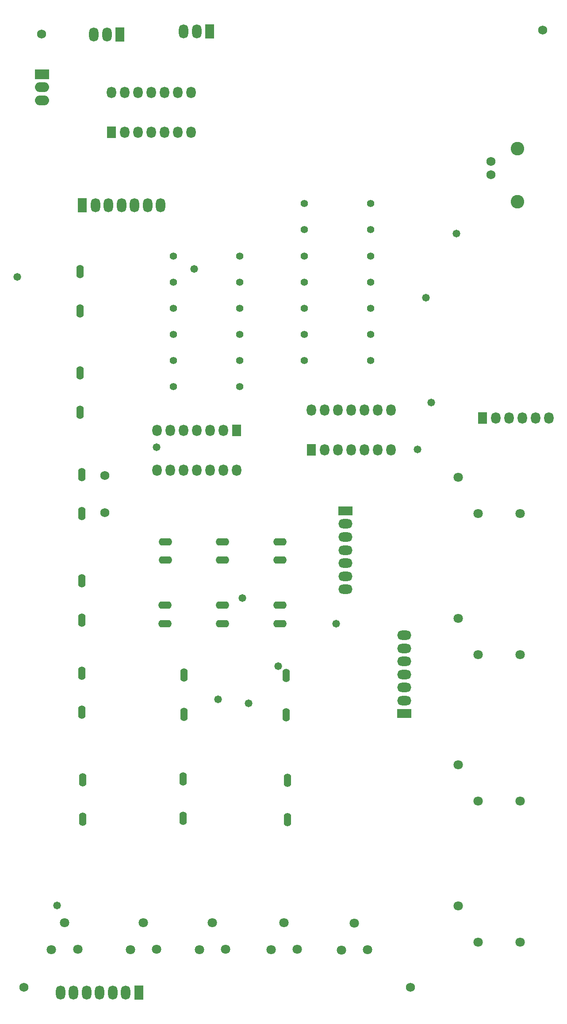
<source format=gbs>
G04*
G04 #@! TF.GenerationSoftware,Altium Limited,Altium Designer,20.2.6 (244)*
G04*
G04 Layer_Color=16711935*
%FSLAX25Y25*%
%MOIN*%
G70*
G04*
G04 #@! TF.SameCoordinates,D0101EB9-F9F5-49BF-87CF-733DA2BBE2A4*
G04*
G04*
G04 #@! TF.FilePolarity,Negative*
G04*
G01*
G75*
%ADD14C,0.06800*%
%ADD15O,0.05524X0.10200*%
%ADD16C,0.07099*%
%ADD17R,0.07099X0.08674*%
%ADD18O,0.07099X0.08674*%
%ADD19R,0.10642X0.07493*%
%ADD20O,0.10642X0.07493*%
%ADD21C,0.10249*%
%ADD22O,0.07099X0.10642*%
%ADD23R,0.07099X0.10642*%
%ADD24R,0.10642X0.07099*%
%ADD25O,0.10642X0.07099*%
%ADD26O,0.10200X0.05524*%
%ADD27C,0.05524*%
%ADD28C,0.05800*%
D14*
X632000Y456000D02*
D03*
Y484000D02*
D03*
X922835Y720669D02*
D03*
X922933Y710728D02*
D03*
X584252Y816929D02*
D03*
X570866Y98425D02*
D03*
X961811Y819685D02*
D03*
X862205Y98425D02*
D03*
D15*
X613386Y561417D02*
D03*
Y531890D02*
D03*
X614567Y404724D02*
D03*
Y375197D02*
D03*
X613386Y608268D02*
D03*
Y637795D02*
D03*
X614567Y305709D02*
D03*
Y335236D02*
D03*
Y484843D02*
D03*
Y455315D02*
D03*
X615354Y225197D02*
D03*
Y254724D02*
D03*
X691731Y304134D02*
D03*
Y333661D02*
D03*
X769684Y224803D02*
D03*
Y254331D02*
D03*
X690944Y225787D02*
D03*
Y255315D02*
D03*
X768504Y303937D02*
D03*
Y333464D02*
D03*
D16*
X591732Y126772D02*
D03*
X611516Y127264D02*
D03*
X601575Y147244D02*
D03*
X661024D02*
D03*
X670965Y127264D02*
D03*
X651181Y126772D02*
D03*
X712992Y147244D02*
D03*
X722933Y127264D02*
D03*
X703150Y126772D02*
D03*
X766929Y147244D02*
D03*
X776870Y127264D02*
D03*
X757087Y126772D02*
D03*
X820079Y146850D02*
D03*
X830020Y126870D02*
D03*
X810236Y126378D02*
D03*
X898326Y159941D02*
D03*
X913385Y132480D02*
D03*
X944881D02*
D03*
X898326Y266240D02*
D03*
X913385Y238779D02*
D03*
X944881D02*
D03*
X898326Y482775D02*
D03*
X913385Y455315D02*
D03*
X944881D02*
D03*
X898326Y376476D02*
D03*
X913385Y349016D02*
D03*
X944881D02*
D03*
D17*
X636929Y742874D02*
D03*
X731181Y518150D02*
D03*
X787717Y503504D02*
D03*
X916693Y527559D02*
D03*
D18*
X646929Y742874D02*
D03*
X656929D02*
D03*
X666929D02*
D03*
X676929D02*
D03*
X686929D02*
D03*
X696929D02*
D03*
X636929Y772874D02*
D03*
X646929D02*
D03*
X656929D02*
D03*
X666929D02*
D03*
X676929D02*
D03*
X686929D02*
D03*
X696929D02*
D03*
X671181Y488150D02*
D03*
X681181D02*
D03*
X691181D02*
D03*
X701181D02*
D03*
X711181D02*
D03*
X721181D02*
D03*
X731181D02*
D03*
X671181Y518150D02*
D03*
X681181D02*
D03*
X691181D02*
D03*
X701181D02*
D03*
X711181D02*
D03*
X721181D02*
D03*
X847717Y533504D02*
D03*
X837717D02*
D03*
X827717D02*
D03*
X817717D02*
D03*
X807717D02*
D03*
X797717D02*
D03*
X787717D02*
D03*
X847717Y503504D02*
D03*
X837717D02*
D03*
X827717D02*
D03*
X817717D02*
D03*
X807717D02*
D03*
X797717D02*
D03*
X966693Y527559D02*
D03*
X956693D02*
D03*
X946693D02*
D03*
X936693D02*
D03*
X926693D02*
D03*
D19*
X584646Y786614D02*
D03*
D20*
Y776772D02*
D03*
Y766929D02*
D03*
D21*
X942913Y730315D02*
D03*
Y690551D02*
D03*
D22*
X691339Y818898D02*
D03*
X701181D02*
D03*
X623622Y816535D02*
D03*
X633465D02*
D03*
X624803Y687795D02*
D03*
X634646D02*
D03*
X644488D02*
D03*
X654331D02*
D03*
X664173D02*
D03*
X674016D02*
D03*
X647638Y94488D02*
D03*
X637795D02*
D03*
X627953D02*
D03*
X618110D02*
D03*
X608268D02*
D03*
X598425D02*
D03*
D23*
X711024Y818898D02*
D03*
X643307Y816535D02*
D03*
X614961Y687795D02*
D03*
X657480Y94488D02*
D03*
D24*
X813386Y457480D02*
D03*
X857480Y304724D02*
D03*
D25*
X813386Y447638D02*
D03*
Y437795D02*
D03*
Y427953D02*
D03*
Y418110D02*
D03*
Y408268D02*
D03*
Y398425D02*
D03*
X857480Y314567D02*
D03*
Y324409D02*
D03*
Y334252D02*
D03*
Y344094D02*
D03*
Y353937D02*
D03*
Y363780D02*
D03*
D26*
X720472Y434252D02*
D03*
Y420472D02*
D03*
X677559Y434252D02*
D03*
Y420472D02*
D03*
X763780Y434252D02*
D03*
Y420472D02*
D03*
X677164Y386301D02*
D03*
Y372522D02*
D03*
X720471Y386301D02*
D03*
Y372522D02*
D03*
X763778Y386301D02*
D03*
Y372522D02*
D03*
D27*
X733661Y551181D02*
D03*
X683661D02*
D03*
X733661Y570866D02*
D03*
X683661D02*
D03*
Y590551D02*
D03*
X733661D02*
D03*
Y610236D02*
D03*
X683661D02*
D03*
X832087Y649606D02*
D03*
X782087D02*
D03*
Y629921D02*
D03*
X832087D02*
D03*
X683661Y649606D02*
D03*
X733661D02*
D03*
X832087Y610236D02*
D03*
X782087D02*
D03*
Y590551D02*
D03*
X832087D02*
D03*
Y570866D02*
D03*
X782087D02*
D03*
X733662Y629921D02*
D03*
X683662D02*
D03*
X832087Y688976D02*
D03*
X782087D02*
D03*
X832087Y669291D02*
D03*
X782087D02*
D03*
D28*
X896850Y666535D02*
D03*
X867717Y503937D02*
D03*
X877953Y538976D02*
D03*
X699213Y639764D02*
D03*
X670866Y505512D02*
D03*
X595865Y160236D02*
D03*
X873800Y618000D02*
D03*
X762700Y340400D02*
D03*
X717200Y315600D02*
D03*
X566000Y633800D02*
D03*
X806400Y372522D02*
D03*
X740200Y312400D02*
D03*
X735700Y391900D02*
D03*
M02*

</source>
